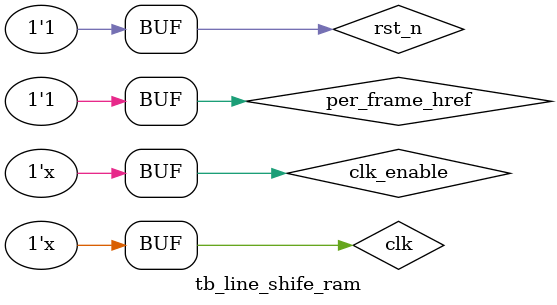
<source format=v>
module tb_line_shife_ram();

reg clk;
reg rst_n;
reg [7:0] row3_data;
wire [7:0] row2_data;
wire [7:0] row1_data;
reg per_frame_href;
reg clk_enable;


//行同步信号在新一行开头为低电平，数据有效为高电平

//initialize
initial begin
    clk<=1'b0;
	clk_enable<=1'b0;
    rst_n<=1'b0;
	per_frame_href<=1'b0;
    #100;
    rst_n<=1'b1;
	per_frame_href<=1'b1;
end

//50MHz
always #10 clk<=~clk;
always #20 clk_enable<=~clk_enable;

//data add
always @(posedge clk or negedge rst_n) begin
    if(~rst_n)begin
        row3_data<=8'd0;
    end
    else row3_data<=row3_data+1'b1;
end


// endmodule
line_shife_ram line_shife_ram_inst
(
    .clock              (clk),
    .clken              (clk_enable),
    .per_frame_href     (per_frame_href),
 
    .shiftin            (row3_data),
    .taps0x             (row2_data),
    .taps1x             (row1_data)
);

endmodule 
</source>
